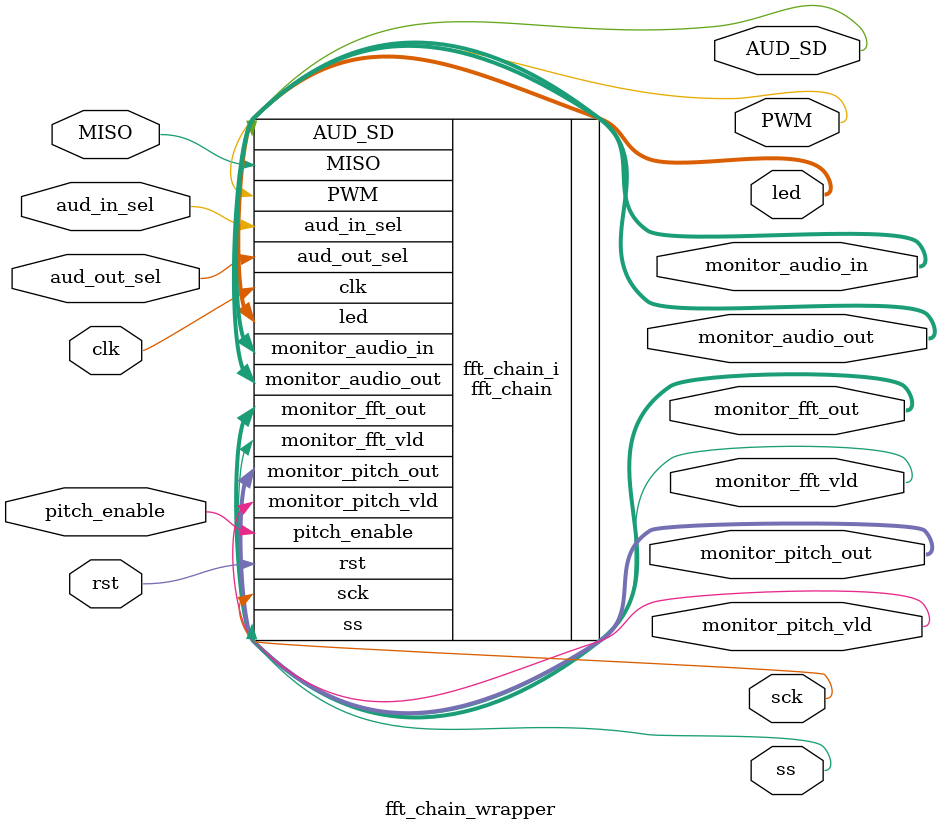
<source format=v>
`timescale 1 ps / 1 ps

module fft_chain_wrapper
   (AUD_SD,
    MISO,
    PWM,
    aud_in_sel,
    aud_out_sel,
    clk,
    led,
    monitor_audio_in,
    monitor_audio_out,
    monitor_fft_out,
    monitor_fft_vld,
    monitor_pitch_out,
    monitor_pitch_vld,
    pitch_enable,
    rst,
    sck,
    ss);
  output AUD_SD;
  input MISO;
  output PWM;
  input aud_in_sel;
  input aud_out_sel;
  input clk;
  output [11:0]led;
  output [11:0]monitor_audio_in;
  output [11:0]monitor_audio_out;
  output [31:0]monitor_fft_out;
  output monitor_fft_vld;
  output [31:0]monitor_pitch_out;
  output monitor_pitch_vld;
  input pitch_enable;
  input rst;
  output sck;
  output ss;

  wire AUD_SD;
  wire MISO;
  wire PWM;
  wire aud_in_sel;
  wire aud_out_sel;
  wire clk;
  wire [11:0]led;
  wire [11:0]monitor_audio_in;
  wire [11:0]monitor_audio_out;
  wire [31:0]monitor_fft_out;
  wire monitor_fft_vld;
  wire [31:0]monitor_pitch_out;
  wire monitor_pitch_vld;
  wire pitch_enable;
  wire rst;
  wire sck;
  wire ss;

  fft_chain fft_chain_i
       (.AUD_SD(AUD_SD),
        .MISO(MISO),
        .PWM(PWM),
        .aud_in_sel(aud_in_sel),
        .aud_out_sel(aud_out_sel),
        .clk(clk),
        .led(led),
        .monitor_audio_in(monitor_audio_in),
        .monitor_audio_out(monitor_audio_out),
        .monitor_fft_out(monitor_fft_out),
        .monitor_fft_vld(monitor_fft_vld),
        .monitor_pitch_out(monitor_pitch_out),
        .monitor_pitch_vld(monitor_pitch_vld),
        .pitch_enable(pitch_enable),
        .rst(rst),
        .sck(sck),
        .ss(ss));
endmodule

</source>
